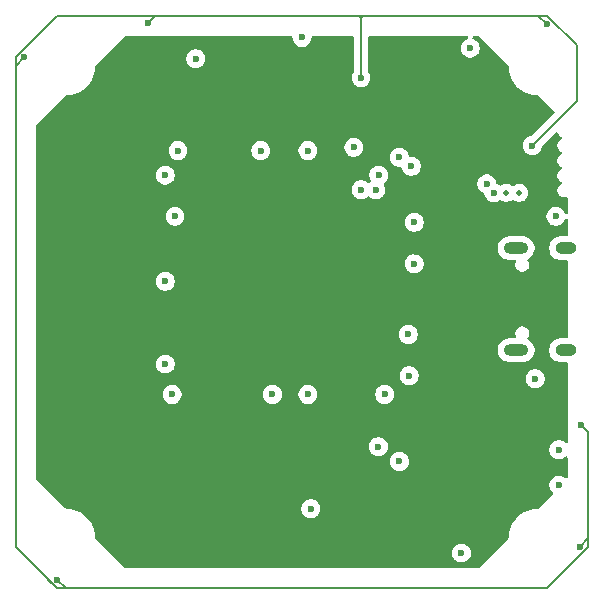
<source format=gbr>
%TF.GenerationSoftware,KiCad,Pcbnew,9.0.1-9.0.1-0~ubuntu24.04.1*%
%TF.CreationDate,2025-06-01T18:05:04-05:00*%
%TF.ProjectId,FC,46432e6b-6963-4616-945f-706362585858,rev?*%
%TF.SameCoordinates,Original*%
%TF.FileFunction,Copper,L3,Inr*%
%TF.FilePolarity,Positive*%
%FSLAX46Y46*%
G04 Gerber Fmt 4.6, Leading zero omitted, Abs format (unit mm)*
G04 Created by KiCad (PCBNEW 9.0.1-9.0.1-0~ubuntu24.04.1) date 2025-06-01 18:05:04*
%MOMM*%
%LPD*%
G01*
G04 APERTURE LIST*
%TA.AperFunction,HeatsinkPad*%
%ADD10C,0.500000*%
%TD*%
%TA.AperFunction,HeatsinkPad*%
%ADD11O,2.100000X1.000000*%
%TD*%
%TA.AperFunction,HeatsinkPad*%
%ADD12O,1.800000X1.000000*%
%TD*%
%TA.AperFunction,ViaPad*%
%ADD13C,0.600000*%
%TD*%
%TA.AperFunction,Conductor*%
%ADD14C,0.200000*%
%TD*%
G04 APERTURE END LIST*
D10*
%TO.N,GND*%
%TO.C,U1*%
X192300000Y-65750000D03*
X193400000Y-65750000D03*
%TD*%
D11*
%TO.N,GND*%
%TO.C,J1*%
X193145000Y-79070000D03*
D12*
X197325000Y-79070000D03*
D11*
X193145000Y-70430000D03*
D12*
X197325000Y-70430000D03*
%TD*%
D13*
%TO.N,+3.3V*%
X183025000Y-87250000D03*
%TO.N,GND*%
X181475000Y-87250000D03*
X164250000Y-67750000D03*
%TO.N,+3.3V*%
X162750000Y-67750000D03*
X174500000Y-61425000D03*
%TO.N,GND*%
X175500000Y-62175000D03*
%TO.N,+3.3V*%
X170500000Y-61425000D03*
%TO.N,GND*%
X171500000Y-62175000D03*
%TO.N,+3.3V*%
X163500000Y-61425000D03*
%TO.N,GND*%
X164500000Y-62175000D03*
%TO.N,+3.3V*%
X162675000Y-65250000D03*
%TO.N,GND*%
X163425000Y-64250000D03*
%TO.N,+3.3V*%
X162675000Y-74250000D03*
%TO.N,GND*%
X163425000Y-73250000D03*
%TO.N,+3.3V*%
X162675000Y-81250000D03*
%TO.N,GND*%
X163425000Y-80250000D03*
%TO.N,+3.3V*%
X165000000Y-83575000D03*
%TO.N,GND*%
X164000000Y-82825000D03*
%TO.N,+3.3V*%
X173500000Y-83575000D03*
%TO.N,GND*%
X172500000Y-82825000D03*
X175500000Y-82825000D03*
%TO.N,+3.3V*%
X176500000Y-83575000D03*
X181000000Y-83575000D03*
%TO.N,GND*%
X182000000Y-82825000D03*
%TO.N,+3.3V*%
X184825000Y-82250000D03*
%TO.N,GND*%
X184075000Y-81250000D03*
%TO.N,+3.3V*%
X184750000Y-78750000D03*
%TO.N,GND*%
X184000000Y-77750000D03*
%TO.N,+3.3V*%
X184750000Y-70750000D03*
%TO.N,GND*%
X184500000Y-71750000D03*
X189250000Y-53500000D03*
X190650000Y-65000000D03*
%TO.N,/SD_CMD*%
X179400000Y-61900000D03*
%TO.N,/SD_DAT3*%
X184250000Y-63500000D03*
%TO.N,/SD_CLK*%
X181500000Y-64250000D03*
%TO.N,/SD_DAT2*%
X183250000Y-62750000D03*
%TO.N,/SD_DAT1*%
X180000000Y-65500000D03*
%TO.N,/SD_DAT0*%
X181250000Y-65500000D03*
%TO.N,+5V*%
X184500000Y-68250000D03*
X191250000Y-65750000D03*
%TO.N,GND*%
X196500000Y-67750000D03*
X194750000Y-81500000D03*
X196750000Y-90500000D03*
X196750000Y-87500000D03*
%TO.N,+5V*%
X180000000Y-56000000D03*
X161945650Y-51350000D03*
%TO.N,+3.3V*%
X171000000Y-54400000D03*
%TO.N,GND*%
X175000000Y-52600000D03*
X166000000Y-54400000D03*
X175750000Y-92500000D03*
%TO.N,+3.3V*%
X170750000Y-92500000D03*
%TO.N,GND*%
X188500000Y-96250000D03*
X183250000Y-88500000D03*
%TO.N,+3.3V*%
X183250000Y-95750000D03*
X189000000Y-93000000D03*
%TO.N,+5V*%
X195750000Y-51500000D03*
X151500000Y-54250000D03*
X154250000Y-98500000D03*
X198500000Y-95750000D03*
X198625000Y-85375000D03*
X194500000Y-61750000D03*
%TD*%
D14*
%TO.N,+5V*%
X180200000Y-50750000D02*
X179800000Y-50750000D01*
X180000000Y-51200000D02*
X180000000Y-50950000D01*
X180000000Y-50950000D02*
X179800000Y-50750000D01*
X195000000Y-50750000D02*
X180200000Y-50750000D01*
X180000000Y-56000000D02*
X180000000Y-51200000D01*
X180000000Y-50950000D02*
X180200000Y-50750000D01*
X179800000Y-50750000D02*
X163400000Y-50750000D01*
X161945650Y-51350000D02*
X162545650Y-50750000D01*
X162545650Y-50750000D02*
X163400000Y-50750000D01*
X154250000Y-50750000D02*
X163400000Y-50750000D01*
X150750000Y-54250000D02*
X154250000Y-50750000D01*
X198250000Y-53250000D02*
X198250000Y-58000000D01*
X198250000Y-58000000D02*
X194500000Y-61750000D01*
X195750000Y-50750000D02*
X198250000Y-53250000D01*
X150750000Y-55000000D02*
X151500000Y-54250000D01*
X150750000Y-55000000D02*
X150750000Y-54250000D01*
X199250000Y-86000000D02*
X199250000Y-95000000D01*
X199250000Y-95000000D02*
X198500000Y-95750000D01*
X199250000Y-95750000D02*
X195750000Y-99250000D01*
X198625000Y-85375000D02*
X199250000Y-86000000D01*
X199250000Y-95000000D02*
X199250000Y-95750000D01*
X195750000Y-99250000D02*
X154250000Y-99250000D01*
X154250000Y-99250000D02*
X153500000Y-98500000D01*
X154250000Y-99250000D02*
X150750000Y-95750000D01*
X150750000Y-95750000D02*
X150750000Y-54250000D01*
X155000000Y-99250000D02*
X154250000Y-99250000D01*
X155000000Y-99250000D02*
X154250000Y-98500000D01*
X195750000Y-51500000D02*
X195000000Y-50750000D01*
X195000000Y-50750000D02*
X195750000Y-50750000D01*
%TD*%
%TA.AperFunction,Conductor*%
%TO.N,+3.3V*%
G36*
X174142539Y-52519685D02*
G01*
X174188294Y-52572489D01*
X174199500Y-52624000D01*
X174199500Y-52678846D01*
X174230261Y-52833489D01*
X174230264Y-52833501D01*
X174290602Y-52979172D01*
X174290609Y-52979185D01*
X174378210Y-53110288D01*
X174378213Y-53110292D01*
X174489707Y-53221786D01*
X174489711Y-53221789D01*
X174620814Y-53309390D01*
X174620827Y-53309397D01*
X174673405Y-53331175D01*
X174766503Y-53369737D01*
X174921153Y-53400499D01*
X174921156Y-53400500D01*
X174921158Y-53400500D01*
X175078844Y-53400500D01*
X175078845Y-53400499D01*
X175233497Y-53369737D01*
X175379179Y-53309394D01*
X175510289Y-53221789D01*
X175621789Y-53110289D01*
X175709394Y-52979179D01*
X175769737Y-52833497D01*
X175800500Y-52678842D01*
X175800500Y-52624000D01*
X175820185Y-52556961D01*
X175872989Y-52511206D01*
X175924500Y-52500000D01*
X179275500Y-52500000D01*
X179342539Y-52519685D01*
X179388294Y-52572489D01*
X179399500Y-52624000D01*
X179399500Y-55420234D01*
X179379815Y-55487273D01*
X179378602Y-55489125D01*
X179290609Y-55620814D01*
X179290602Y-55620827D01*
X179230264Y-55766498D01*
X179230261Y-55766510D01*
X179199500Y-55921153D01*
X179199500Y-56078846D01*
X179230261Y-56233489D01*
X179230264Y-56233501D01*
X179290602Y-56379172D01*
X179290609Y-56379185D01*
X179378210Y-56510288D01*
X179378213Y-56510292D01*
X179489707Y-56621786D01*
X179489711Y-56621789D01*
X179620814Y-56709390D01*
X179620827Y-56709397D01*
X179766498Y-56769735D01*
X179766503Y-56769737D01*
X179921153Y-56800499D01*
X179921156Y-56800500D01*
X179921158Y-56800500D01*
X180078844Y-56800500D01*
X180078845Y-56800499D01*
X180233497Y-56769737D01*
X180379179Y-56709394D01*
X180510289Y-56621789D01*
X180621789Y-56510289D01*
X180709394Y-56379179D01*
X180769737Y-56233497D01*
X180800500Y-56078842D01*
X180800500Y-55921158D01*
X180800500Y-55921155D01*
X180800499Y-55921153D01*
X180769738Y-55766510D01*
X180769737Y-55766503D01*
X180739423Y-55693317D01*
X180709397Y-55620827D01*
X180709390Y-55620814D01*
X180621398Y-55489125D01*
X180600520Y-55422447D01*
X180600500Y-55420234D01*
X180600500Y-52624000D01*
X180620185Y-52556961D01*
X180672989Y-52511206D01*
X180724500Y-52500000D01*
X188949017Y-52500000D01*
X189016056Y-52519685D01*
X189061811Y-52572489D01*
X189071755Y-52641647D01*
X189042730Y-52705203D01*
X188996469Y-52738561D01*
X188870827Y-52790602D01*
X188870814Y-52790609D01*
X188739711Y-52878210D01*
X188739707Y-52878213D01*
X188628213Y-52989707D01*
X188628210Y-52989711D01*
X188540609Y-53120814D01*
X188540602Y-53120827D01*
X188480264Y-53266498D01*
X188480261Y-53266510D01*
X188449500Y-53421153D01*
X188449500Y-53578846D01*
X188480261Y-53733489D01*
X188480264Y-53733501D01*
X188540602Y-53879172D01*
X188540609Y-53879185D01*
X188628210Y-54010288D01*
X188628213Y-54010292D01*
X188739707Y-54121786D01*
X188739711Y-54121789D01*
X188870814Y-54209390D01*
X188870827Y-54209397D01*
X188914255Y-54227385D01*
X189016503Y-54269737D01*
X189171153Y-54300499D01*
X189171156Y-54300500D01*
X189171158Y-54300500D01*
X189328844Y-54300500D01*
X189328845Y-54300499D01*
X189483497Y-54269737D01*
X189629179Y-54209394D01*
X189760289Y-54121789D01*
X189871789Y-54010289D01*
X189959394Y-53879179D01*
X190019737Y-53733497D01*
X190050500Y-53578842D01*
X190050500Y-53421158D01*
X190050500Y-53421155D01*
X190050499Y-53421153D01*
X190028269Y-53309397D01*
X190019737Y-53266503D01*
X189980155Y-53170943D01*
X189959397Y-53120827D01*
X189959390Y-53120814D01*
X189871789Y-52989711D01*
X189871786Y-52989707D01*
X189760292Y-52878213D01*
X189760288Y-52878210D01*
X189629185Y-52790609D01*
X189629172Y-52790602D01*
X189503531Y-52738561D01*
X189449127Y-52694720D01*
X189427062Y-52628426D01*
X189444341Y-52560727D01*
X189495478Y-52513116D01*
X189550983Y-52500000D01*
X189948638Y-52500000D01*
X190015677Y-52519685D01*
X190036319Y-52536319D01*
X192463181Y-54963181D01*
X192496666Y-55024504D01*
X192499500Y-55050862D01*
X192499500Y-55140431D01*
X192530942Y-55419494D01*
X192530945Y-55419512D01*
X192593439Y-55693317D01*
X192593443Y-55693329D01*
X192686200Y-55958411D01*
X192808053Y-56211442D01*
X192808055Y-56211445D01*
X192957477Y-56449248D01*
X193132584Y-56668825D01*
X193331175Y-56867416D01*
X193550752Y-57042523D01*
X193788555Y-57191945D01*
X194041592Y-57313801D01*
X194240680Y-57383465D01*
X194306670Y-57406556D01*
X194306682Y-57406560D01*
X194580491Y-57469055D01*
X194580497Y-57469055D01*
X194580505Y-57469057D01*
X194766547Y-57490018D01*
X194859569Y-57500499D01*
X194859572Y-57500500D01*
X194949138Y-57500500D01*
X195016177Y-57520185D01*
X195036819Y-57536819D01*
X196362701Y-58862701D01*
X196396186Y-58924024D01*
X196391202Y-58993716D01*
X196362701Y-59038063D01*
X194485339Y-60915425D01*
X194424016Y-60948910D01*
X194421850Y-60949361D01*
X194266508Y-60980261D01*
X194266498Y-60980264D01*
X194120827Y-61040602D01*
X194120814Y-61040609D01*
X193989711Y-61128210D01*
X193989707Y-61128213D01*
X193878213Y-61239707D01*
X193878210Y-61239711D01*
X193790609Y-61370814D01*
X193790602Y-61370827D01*
X193730264Y-61516498D01*
X193730261Y-61516510D01*
X193699500Y-61671153D01*
X193699500Y-61828846D01*
X193730261Y-61983489D01*
X193730264Y-61983501D01*
X193790602Y-62129172D01*
X193790609Y-62129185D01*
X193878210Y-62260288D01*
X193878213Y-62260292D01*
X193989707Y-62371786D01*
X193989711Y-62371789D01*
X194120814Y-62459390D01*
X194120827Y-62459397D01*
X194265885Y-62519481D01*
X194266503Y-62519737D01*
X194421153Y-62550499D01*
X194421156Y-62550500D01*
X194421158Y-62550500D01*
X194578844Y-62550500D01*
X194578845Y-62550499D01*
X194733497Y-62519737D01*
X194879179Y-62459394D01*
X195010289Y-62371789D01*
X195121789Y-62260289D01*
X195209394Y-62129179D01*
X195269737Y-61983497D01*
X195289113Y-61886085D01*
X195300638Y-61828150D01*
X195333023Y-61766239D01*
X195334518Y-61764716D01*
X196450511Y-60648723D01*
X196511832Y-60615240D01*
X196581524Y-60620224D01*
X196637457Y-60662096D01*
X196652753Y-60688958D01*
X196653922Y-60691780D01*
X196653923Y-60691784D01*
X196653924Y-60691787D01*
X196653926Y-60691790D01*
X196732975Y-60828709D01*
X196732979Y-60828714D01*
X196732980Y-60828716D01*
X196844784Y-60940520D01*
X196844785Y-60940521D01*
X196844787Y-60940522D01*
X196926351Y-60987613D01*
X196974567Y-61038180D01*
X196987790Y-61106787D01*
X196961822Y-61171652D01*
X196926351Y-61202387D01*
X196844787Y-61249477D01*
X196844782Y-61249481D01*
X196732981Y-61361282D01*
X196732975Y-61361290D01*
X196653926Y-61498209D01*
X196653923Y-61498216D01*
X196613000Y-61650943D01*
X196613000Y-61809057D01*
X196648488Y-61941498D01*
X196653923Y-61961783D01*
X196653926Y-61961790D01*
X196732975Y-62098709D01*
X196732979Y-62098714D01*
X196732980Y-62098716D01*
X196844784Y-62210520D01*
X196844785Y-62210521D01*
X196844787Y-62210522D01*
X196926351Y-62257613D01*
X196974567Y-62308180D01*
X196987790Y-62376787D01*
X196961822Y-62441652D01*
X196926351Y-62472387D01*
X196844787Y-62519477D01*
X196844782Y-62519481D01*
X196732981Y-62631282D01*
X196732975Y-62631290D01*
X196653926Y-62768209D01*
X196653923Y-62768216D01*
X196613000Y-62920943D01*
X196613000Y-63079057D01*
X196626429Y-63129172D01*
X196653923Y-63231783D01*
X196653926Y-63231790D01*
X196732975Y-63368709D01*
X196732979Y-63368714D01*
X196732980Y-63368716D01*
X196844784Y-63480520D01*
X196844785Y-63480521D01*
X196844787Y-63480522D01*
X196926351Y-63527613D01*
X196974567Y-63578180D01*
X196987790Y-63646787D01*
X196961822Y-63711652D01*
X196926351Y-63742387D01*
X196844787Y-63789477D01*
X196844782Y-63789481D01*
X196732981Y-63901282D01*
X196732975Y-63901290D01*
X196653926Y-64038209D01*
X196653923Y-64038216D01*
X196613000Y-64190943D01*
X196613000Y-64349057D01*
X196620813Y-64378213D01*
X196653923Y-64501783D01*
X196653926Y-64501790D01*
X196732975Y-64638709D01*
X196732979Y-64638714D01*
X196732980Y-64638716D01*
X196844784Y-64750520D01*
X196844785Y-64750521D01*
X196844787Y-64750522D01*
X196926351Y-64797613D01*
X196974567Y-64848180D01*
X196987790Y-64916787D01*
X196961822Y-64981652D01*
X196926351Y-65012387D01*
X196844787Y-65059477D01*
X196844782Y-65059481D01*
X196732981Y-65171282D01*
X196732975Y-65171290D01*
X196653926Y-65308209D01*
X196653923Y-65308216D01*
X196613000Y-65460943D01*
X196613000Y-65619057D01*
X196649148Y-65753961D01*
X196653923Y-65771783D01*
X196653926Y-65771790D01*
X196732975Y-65908709D01*
X196732979Y-65908714D01*
X196732980Y-65908716D01*
X196844784Y-66020520D01*
X196844786Y-66020521D01*
X196844790Y-66020524D01*
X196915374Y-66061275D01*
X196981716Y-66099577D01*
X197134443Y-66140500D01*
X197134445Y-66140500D01*
X197292554Y-66140500D01*
X197292557Y-66140500D01*
X197343909Y-66126740D01*
X197413756Y-66128403D01*
X197471618Y-66167565D01*
X197499123Y-66231793D01*
X197500000Y-66246515D01*
X197500000Y-67449016D01*
X197480315Y-67516055D01*
X197427511Y-67561810D01*
X197358353Y-67571754D01*
X197294797Y-67542729D01*
X197261439Y-67496469D01*
X197209395Y-67370823D01*
X197209390Y-67370814D01*
X197121789Y-67239711D01*
X197121786Y-67239707D01*
X197010292Y-67128213D01*
X197010288Y-67128210D01*
X196879185Y-67040609D01*
X196879172Y-67040602D01*
X196733501Y-66980264D01*
X196733489Y-66980261D01*
X196578845Y-66949500D01*
X196578842Y-66949500D01*
X196421158Y-66949500D01*
X196421155Y-66949500D01*
X196266510Y-66980261D01*
X196266498Y-66980264D01*
X196120827Y-67040602D01*
X196120814Y-67040609D01*
X195989711Y-67128210D01*
X195989707Y-67128213D01*
X195878213Y-67239707D01*
X195878210Y-67239711D01*
X195790609Y-67370814D01*
X195790602Y-67370827D01*
X195730264Y-67516498D01*
X195730261Y-67516510D01*
X195699500Y-67671153D01*
X195699500Y-67828846D01*
X195730261Y-67983489D01*
X195730264Y-67983501D01*
X195790602Y-68129172D01*
X195790609Y-68129185D01*
X195878210Y-68260288D01*
X195878213Y-68260292D01*
X195989707Y-68371786D01*
X195989711Y-68371789D01*
X196120814Y-68459390D01*
X196120827Y-68459397D01*
X196266498Y-68519735D01*
X196266503Y-68519737D01*
X196421153Y-68550499D01*
X196421156Y-68550500D01*
X196421158Y-68550500D01*
X196578844Y-68550500D01*
X196578845Y-68550499D01*
X196733497Y-68519737D01*
X196879179Y-68459394D01*
X197010289Y-68371789D01*
X197121789Y-68260289D01*
X197209394Y-68129179D01*
X197261439Y-68003531D01*
X197305280Y-67949127D01*
X197371574Y-67927062D01*
X197439273Y-67944341D01*
X197486884Y-67995478D01*
X197500000Y-68050983D01*
X197500000Y-69305500D01*
X197480315Y-69372539D01*
X197427511Y-69418294D01*
X197376000Y-69429500D01*
X196826457Y-69429500D01*
X196633170Y-69467947D01*
X196633160Y-69467950D01*
X196451092Y-69543364D01*
X196451079Y-69543371D01*
X196287218Y-69652860D01*
X196287214Y-69652863D01*
X196147863Y-69792214D01*
X196147860Y-69792218D01*
X196038371Y-69956079D01*
X196038364Y-69956092D01*
X195962950Y-70138160D01*
X195962947Y-70138170D01*
X195924500Y-70331456D01*
X195924500Y-70331459D01*
X195924500Y-70528541D01*
X195924500Y-70528543D01*
X195924499Y-70528543D01*
X195962947Y-70721829D01*
X195962950Y-70721839D01*
X196038364Y-70903907D01*
X196038371Y-70903920D01*
X196147860Y-71067781D01*
X196147863Y-71067785D01*
X196287214Y-71207136D01*
X196287218Y-71207139D01*
X196451079Y-71316628D01*
X196451092Y-71316635D01*
X196633160Y-71392049D01*
X196633165Y-71392051D01*
X196633169Y-71392051D01*
X196633170Y-71392052D01*
X196826456Y-71430500D01*
X197376000Y-71430500D01*
X197443039Y-71450185D01*
X197488794Y-71502989D01*
X197500000Y-71554500D01*
X197500000Y-77945500D01*
X197480315Y-78012539D01*
X197427511Y-78058294D01*
X197376000Y-78069500D01*
X196826457Y-78069500D01*
X196633170Y-78107947D01*
X196633160Y-78107950D01*
X196451092Y-78183364D01*
X196451079Y-78183371D01*
X196287218Y-78292860D01*
X196287214Y-78292863D01*
X196147863Y-78432214D01*
X196147860Y-78432218D01*
X196038371Y-78596079D01*
X196038364Y-78596092D01*
X195962950Y-78778160D01*
X195962947Y-78778170D01*
X195924500Y-78971456D01*
X195924500Y-78971459D01*
X195924500Y-79168541D01*
X195924500Y-79168543D01*
X195924499Y-79168543D01*
X195962947Y-79361829D01*
X195962950Y-79361839D01*
X196038364Y-79543907D01*
X196038371Y-79543920D01*
X196147860Y-79707781D01*
X196147863Y-79707785D01*
X196287214Y-79847136D01*
X196287218Y-79847139D01*
X196451079Y-79956628D01*
X196451092Y-79956635D01*
X196595645Y-80016510D01*
X196633165Y-80032051D01*
X196633169Y-80032051D01*
X196633170Y-80032052D01*
X196826456Y-80070500D01*
X197376000Y-80070500D01*
X197443039Y-80090185D01*
X197488794Y-80142989D01*
X197500000Y-80194500D01*
X197500000Y-86818559D01*
X197480315Y-86885598D01*
X197427511Y-86931353D01*
X197358353Y-86941297D01*
X197294797Y-86912272D01*
X197288319Y-86906240D01*
X197260292Y-86878213D01*
X197260288Y-86878210D01*
X197129185Y-86790609D01*
X197129172Y-86790602D01*
X196983501Y-86730264D01*
X196983489Y-86730261D01*
X196828845Y-86699500D01*
X196828842Y-86699500D01*
X196671158Y-86699500D01*
X196671155Y-86699500D01*
X196516510Y-86730261D01*
X196516498Y-86730264D01*
X196370827Y-86790602D01*
X196370814Y-86790609D01*
X196239711Y-86878210D01*
X196239707Y-86878213D01*
X196128213Y-86989707D01*
X196128210Y-86989711D01*
X196040609Y-87120814D01*
X196040602Y-87120827D01*
X195980264Y-87266498D01*
X195980261Y-87266510D01*
X195949500Y-87421153D01*
X195949500Y-87578846D01*
X195980261Y-87733489D01*
X195980264Y-87733501D01*
X196040602Y-87879172D01*
X196040609Y-87879185D01*
X196128210Y-88010288D01*
X196128213Y-88010292D01*
X196239707Y-88121786D01*
X196239711Y-88121789D01*
X196370814Y-88209390D01*
X196370827Y-88209397D01*
X196508683Y-88266498D01*
X196516503Y-88269737D01*
X196671153Y-88300499D01*
X196671156Y-88300500D01*
X196671158Y-88300500D01*
X196828844Y-88300500D01*
X196828845Y-88300499D01*
X196983497Y-88269737D01*
X197129179Y-88209394D01*
X197260289Y-88121789D01*
X197261264Y-88120814D01*
X197288319Y-88093760D01*
X197349642Y-88060275D01*
X197419334Y-88065259D01*
X197475267Y-88107131D01*
X197499684Y-88172595D01*
X197500000Y-88181441D01*
X197500000Y-89818559D01*
X197480315Y-89885598D01*
X197427511Y-89931353D01*
X197358353Y-89941297D01*
X197294797Y-89912272D01*
X197288319Y-89906240D01*
X197260292Y-89878213D01*
X197260288Y-89878210D01*
X197129185Y-89790609D01*
X197129172Y-89790602D01*
X196983501Y-89730264D01*
X196983489Y-89730261D01*
X196828845Y-89699500D01*
X196828842Y-89699500D01*
X196671158Y-89699500D01*
X196671155Y-89699500D01*
X196516510Y-89730261D01*
X196516498Y-89730264D01*
X196370827Y-89790602D01*
X196370814Y-89790609D01*
X196239711Y-89878210D01*
X196239707Y-89878213D01*
X196128213Y-89989707D01*
X196128210Y-89989711D01*
X196040609Y-90120814D01*
X196040602Y-90120827D01*
X195980264Y-90266498D01*
X195980261Y-90266510D01*
X195949500Y-90421153D01*
X195949500Y-90578846D01*
X195980261Y-90733489D01*
X195980264Y-90733501D01*
X196040602Y-90879172D01*
X196040609Y-90879185D01*
X196128210Y-91010288D01*
X196128213Y-91010292D01*
X196221279Y-91103358D01*
X196254764Y-91164681D01*
X196249780Y-91234373D01*
X196221279Y-91278720D01*
X195036818Y-92463181D01*
X194975495Y-92496666D01*
X194949137Y-92499500D01*
X194859568Y-92499500D01*
X194580505Y-92530942D01*
X194580487Y-92530945D01*
X194306682Y-92593439D01*
X194306670Y-92593443D01*
X194041588Y-92686200D01*
X193788557Y-92808053D01*
X193550753Y-92957476D01*
X193331175Y-93132583D01*
X193132583Y-93331175D01*
X192957476Y-93550753D01*
X192808053Y-93788557D01*
X192686200Y-94041588D01*
X192593443Y-94306670D01*
X192593439Y-94306682D01*
X192530945Y-94580487D01*
X192530942Y-94580505D01*
X192499500Y-94859568D01*
X192499500Y-94949137D01*
X192479815Y-95016176D01*
X192463181Y-95036818D01*
X190036319Y-97463681D01*
X189974996Y-97497166D01*
X189948638Y-97500000D01*
X160051362Y-97500000D01*
X159984323Y-97480315D01*
X159963681Y-97463681D01*
X158671153Y-96171153D01*
X187699500Y-96171153D01*
X187699500Y-96328846D01*
X187730261Y-96483489D01*
X187730264Y-96483501D01*
X187790602Y-96629172D01*
X187790609Y-96629185D01*
X187878210Y-96760288D01*
X187878213Y-96760292D01*
X187989707Y-96871786D01*
X187989711Y-96871789D01*
X188120814Y-96959390D01*
X188120827Y-96959397D01*
X188221714Y-97001185D01*
X188266503Y-97019737D01*
X188421153Y-97050499D01*
X188421156Y-97050500D01*
X188421158Y-97050500D01*
X188578844Y-97050500D01*
X188578845Y-97050499D01*
X188733497Y-97019737D01*
X188879179Y-96959394D01*
X189010289Y-96871789D01*
X189121789Y-96760289D01*
X189209394Y-96629179D01*
X189269737Y-96483497D01*
X189300500Y-96328842D01*
X189300500Y-96171158D01*
X189300500Y-96171155D01*
X189300499Y-96171153D01*
X189269738Y-96016510D01*
X189269737Y-96016503D01*
X189269735Y-96016498D01*
X189209397Y-95870827D01*
X189209390Y-95870814D01*
X189121789Y-95739711D01*
X189121786Y-95739707D01*
X189010292Y-95628213D01*
X189010288Y-95628210D01*
X188879185Y-95540609D01*
X188879172Y-95540602D01*
X188733501Y-95480264D01*
X188733489Y-95480261D01*
X188578845Y-95449500D01*
X188578842Y-95449500D01*
X188421158Y-95449500D01*
X188421155Y-95449500D01*
X188266510Y-95480261D01*
X188266498Y-95480264D01*
X188120827Y-95540602D01*
X188120814Y-95540609D01*
X187989711Y-95628210D01*
X187989707Y-95628213D01*
X187878213Y-95739707D01*
X187878210Y-95739711D01*
X187790609Y-95870814D01*
X187790602Y-95870827D01*
X187730264Y-96016498D01*
X187730261Y-96016510D01*
X187699500Y-96171153D01*
X158671153Y-96171153D01*
X157536819Y-95036819D01*
X157503334Y-94975496D01*
X157500500Y-94949138D01*
X157500500Y-94859572D01*
X157500499Y-94859568D01*
X157469057Y-94580505D01*
X157469054Y-94580487D01*
X157406560Y-94306682D01*
X157406556Y-94306670D01*
X157383465Y-94240680D01*
X157313801Y-94041592D01*
X157191945Y-93788555D01*
X157042523Y-93550752D01*
X156867416Y-93331175D01*
X156668825Y-93132584D01*
X156449248Y-92957477D01*
X156211445Y-92808055D01*
X156211442Y-92808053D01*
X155958411Y-92686200D01*
X155693329Y-92593443D01*
X155693317Y-92593439D01*
X155441468Y-92535957D01*
X155419509Y-92530945D01*
X155419506Y-92530944D01*
X155419494Y-92530942D01*
X155140431Y-92499500D01*
X155140425Y-92499500D01*
X155050862Y-92499500D01*
X154983823Y-92479815D01*
X154963181Y-92463181D01*
X154921153Y-92421153D01*
X174949500Y-92421153D01*
X174949500Y-92578846D01*
X174980261Y-92733489D01*
X174980264Y-92733501D01*
X175040602Y-92879172D01*
X175040609Y-92879185D01*
X175128210Y-93010288D01*
X175128213Y-93010292D01*
X175239707Y-93121786D01*
X175239711Y-93121789D01*
X175370814Y-93209390D01*
X175370827Y-93209397D01*
X175516498Y-93269735D01*
X175516503Y-93269737D01*
X175671153Y-93300499D01*
X175671156Y-93300500D01*
X175671158Y-93300500D01*
X175828844Y-93300500D01*
X175828845Y-93300499D01*
X175983497Y-93269737D01*
X176129179Y-93209394D01*
X176260289Y-93121789D01*
X176371789Y-93010289D01*
X176459394Y-92879179D01*
X176519737Y-92733497D01*
X176550500Y-92578842D01*
X176550500Y-92421158D01*
X176550500Y-92421155D01*
X176550499Y-92421153D01*
X176519738Y-92266510D01*
X176519737Y-92266503D01*
X176519735Y-92266498D01*
X176459397Y-92120827D01*
X176459390Y-92120814D01*
X176371789Y-91989711D01*
X176371786Y-91989707D01*
X176260292Y-91878213D01*
X176260288Y-91878210D01*
X176129185Y-91790609D01*
X176129172Y-91790602D01*
X175983501Y-91730264D01*
X175983489Y-91730261D01*
X175828845Y-91699500D01*
X175828842Y-91699500D01*
X175671158Y-91699500D01*
X175671155Y-91699500D01*
X175516510Y-91730261D01*
X175516498Y-91730264D01*
X175370827Y-91790602D01*
X175370814Y-91790609D01*
X175239711Y-91878210D01*
X175239707Y-91878213D01*
X175128213Y-91989707D01*
X175128210Y-91989711D01*
X175040609Y-92120814D01*
X175040602Y-92120827D01*
X174980264Y-92266498D01*
X174980261Y-92266510D01*
X174949500Y-92421153D01*
X154921153Y-92421153D01*
X152536319Y-90036319D01*
X152502834Y-89974996D01*
X152500000Y-89948638D01*
X152500000Y-88421153D01*
X182449500Y-88421153D01*
X182449500Y-88578846D01*
X182480261Y-88733489D01*
X182480264Y-88733501D01*
X182540602Y-88879172D01*
X182540609Y-88879185D01*
X182628210Y-89010288D01*
X182628213Y-89010292D01*
X182739707Y-89121786D01*
X182739711Y-89121789D01*
X182870814Y-89209390D01*
X182870827Y-89209397D01*
X183016498Y-89269735D01*
X183016503Y-89269737D01*
X183171153Y-89300499D01*
X183171156Y-89300500D01*
X183171158Y-89300500D01*
X183328844Y-89300500D01*
X183328845Y-89300499D01*
X183483497Y-89269737D01*
X183629179Y-89209394D01*
X183760289Y-89121789D01*
X183871789Y-89010289D01*
X183959394Y-88879179D01*
X184019737Y-88733497D01*
X184050500Y-88578842D01*
X184050500Y-88421158D01*
X184050500Y-88421155D01*
X184050499Y-88421153D01*
X184019738Y-88266510D01*
X184019737Y-88266503D01*
X183996080Y-88209390D01*
X183959397Y-88120827D01*
X183959390Y-88120814D01*
X183871789Y-87989711D01*
X183871786Y-87989707D01*
X183760292Y-87878213D01*
X183760288Y-87878210D01*
X183629185Y-87790609D01*
X183629172Y-87790602D01*
X183483501Y-87730264D01*
X183483489Y-87730261D01*
X183328845Y-87699500D01*
X183328842Y-87699500D01*
X183171158Y-87699500D01*
X183171155Y-87699500D01*
X183016510Y-87730261D01*
X183016498Y-87730264D01*
X182870827Y-87790602D01*
X182870814Y-87790609D01*
X182739711Y-87878210D01*
X182739707Y-87878213D01*
X182628213Y-87989707D01*
X182628210Y-87989711D01*
X182540609Y-88120814D01*
X182540602Y-88120827D01*
X182480264Y-88266498D01*
X182480261Y-88266510D01*
X182449500Y-88421153D01*
X152500000Y-88421153D01*
X152500000Y-87171153D01*
X180674500Y-87171153D01*
X180674500Y-87328846D01*
X180705261Y-87483489D01*
X180705264Y-87483501D01*
X180765602Y-87629172D01*
X180765609Y-87629185D01*
X180853210Y-87760288D01*
X180853213Y-87760292D01*
X180964707Y-87871786D01*
X180964711Y-87871789D01*
X181095814Y-87959390D01*
X181095827Y-87959397D01*
X181241498Y-88019735D01*
X181241503Y-88019737D01*
X181396153Y-88050499D01*
X181396156Y-88050500D01*
X181396158Y-88050500D01*
X181553844Y-88050500D01*
X181553845Y-88050499D01*
X181708497Y-88019737D01*
X181854179Y-87959394D01*
X181985289Y-87871789D01*
X182096789Y-87760289D01*
X182184394Y-87629179D01*
X182244737Y-87483497D01*
X182275500Y-87328842D01*
X182275500Y-87171158D01*
X182275500Y-87171155D01*
X182275499Y-87171153D01*
X182244738Y-87016510D01*
X182244737Y-87016503D01*
X182244735Y-87016498D01*
X182184397Y-86870827D01*
X182184390Y-86870814D01*
X182096789Y-86739711D01*
X182096786Y-86739707D01*
X181985292Y-86628213D01*
X181985288Y-86628210D01*
X181854185Y-86540609D01*
X181854172Y-86540602D01*
X181708501Y-86480264D01*
X181708489Y-86480261D01*
X181553845Y-86449500D01*
X181553842Y-86449500D01*
X181396158Y-86449500D01*
X181396155Y-86449500D01*
X181241510Y-86480261D01*
X181241498Y-86480264D01*
X181095827Y-86540602D01*
X181095814Y-86540609D01*
X180964711Y-86628210D01*
X180964707Y-86628213D01*
X180853213Y-86739707D01*
X180853210Y-86739711D01*
X180765609Y-86870814D01*
X180765602Y-86870827D01*
X180705264Y-87016498D01*
X180705261Y-87016510D01*
X180674500Y-87171153D01*
X152500000Y-87171153D01*
X152500000Y-82746153D01*
X163199500Y-82746153D01*
X163199500Y-82903846D01*
X163230261Y-83058489D01*
X163230264Y-83058501D01*
X163290602Y-83204172D01*
X163290609Y-83204185D01*
X163378210Y-83335288D01*
X163378213Y-83335292D01*
X163489707Y-83446786D01*
X163489711Y-83446789D01*
X163620814Y-83534390D01*
X163620827Y-83534397D01*
X163766498Y-83594735D01*
X163766503Y-83594737D01*
X163921153Y-83625499D01*
X163921156Y-83625500D01*
X163921158Y-83625500D01*
X164078844Y-83625500D01*
X164078845Y-83625499D01*
X164233497Y-83594737D01*
X164379179Y-83534394D01*
X164510289Y-83446789D01*
X164621789Y-83335289D01*
X164709394Y-83204179D01*
X164769737Y-83058497D01*
X164800500Y-82903842D01*
X164800500Y-82746158D01*
X164800500Y-82746155D01*
X164800499Y-82746153D01*
X171699500Y-82746153D01*
X171699500Y-82903846D01*
X171730261Y-83058489D01*
X171730264Y-83058501D01*
X171790602Y-83204172D01*
X171790609Y-83204185D01*
X171878210Y-83335288D01*
X171878213Y-83335292D01*
X171989707Y-83446786D01*
X171989711Y-83446789D01*
X172120814Y-83534390D01*
X172120827Y-83534397D01*
X172266498Y-83594735D01*
X172266503Y-83594737D01*
X172421153Y-83625499D01*
X172421156Y-83625500D01*
X172421158Y-83625500D01*
X172578844Y-83625500D01*
X172578845Y-83625499D01*
X172733497Y-83594737D01*
X172879179Y-83534394D01*
X173010289Y-83446789D01*
X173121789Y-83335289D01*
X173209394Y-83204179D01*
X173269737Y-83058497D01*
X173300500Y-82903842D01*
X173300500Y-82746158D01*
X173300500Y-82746155D01*
X173300499Y-82746153D01*
X174699500Y-82746153D01*
X174699500Y-82903846D01*
X174730261Y-83058489D01*
X174730264Y-83058501D01*
X174790602Y-83204172D01*
X174790609Y-83204185D01*
X174878210Y-83335288D01*
X174878213Y-83335292D01*
X174989707Y-83446786D01*
X174989711Y-83446789D01*
X175120814Y-83534390D01*
X175120827Y-83534397D01*
X175266498Y-83594735D01*
X175266503Y-83594737D01*
X175421153Y-83625499D01*
X175421156Y-83625500D01*
X175421158Y-83625500D01*
X175578844Y-83625500D01*
X175578845Y-83625499D01*
X175733497Y-83594737D01*
X175879179Y-83534394D01*
X176010289Y-83446789D01*
X176121789Y-83335289D01*
X176209394Y-83204179D01*
X176269737Y-83058497D01*
X176300500Y-82903842D01*
X176300500Y-82746158D01*
X176300500Y-82746155D01*
X176300499Y-82746153D01*
X181199500Y-82746153D01*
X181199500Y-82903846D01*
X181230261Y-83058489D01*
X181230264Y-83058501D01*
X181290602Y-83204172D01*
X181290609Y-83204185D01*
X181378210Y-83335288D01*
X181378213Y-83335292D01*
X181489707Y-83446786D01*
X181489711Y-83446789D01*
X181620814Y-83534390D01*
X181620827Y-83534397D01*
X181766498Y-83594735D01*
X181766503Y-83594737D01*
X181921153Y-83625499D01*
X181921156Y-83625500D01*
X181921158Y-83625500D01*
X182078844Y-83625500D01*
X182078845Y-83625499D01*
X182233497Y-83594737D01*
X182379179Y-83534394D01*
X182510289Y-83446789D01*
X182621789Y-83335289D01*
X182709394Y-83204179D01*
X182769737Y-83058497D01*
X182800500Y-82903842D01*
X182800500Y-82746158D01*
X182800500Y-82746155D01*
X182800499Y-82746153D01*
X182769738Y-82591510D01*
X182769737Y-82591503D01*
X182769735Y-82591498D01*
X182709397Y-82445827D01*
X182709390Y-82445814D01*
X182621789Y-82314711D01*
X182621786Y-82314707D01*
X182510292Y-82203213D01*
X182510288Y-82203210D01*
X182379185Y-82115609D01*
X182379172Y-82115602D01*
X182233501Y-82055264D01*
X182233489Y-82055261D01*
X182078845Y-82024500D01*
X182078842Y-82024500D01*
X181921158Y-82024500D01*
X181921155Y-82024500D01*
X181766510Y-82055261D01*
X181766498Y-82055264D01*
X181620827Y-82115602D01*
X181620814Y-82115609D01*
X181489711Y-82203210D01*
X181489707Y-82203213D01*
X181378213Y-82314707D01*
X181378210Y-82314711D01*
X181290609Y-82445814D01*
X181290602Y-82445827D01*
X181230264Y-82591498D01*
X181230261Y-82591510D01*
X181199500Y-82746153D01*
X176300499Y-82746153D01*
X176269738Y-82591510D01*
X176269737Y-82591503D01*
X176269735Y-82591498D01*
X176209397Y-82445827D01*
X176209390Y-82445814D01*
X176121789Y-82314711D01*
X176121786Y-82314707D01*
X176010292Y-82203213D01*
X176010288Y-82203210D01*
X175879185Y-82115609D01*
X175879172Y-82115602D01*
X175733501Y-82055264D01*
X175733489Y-82055261D01*
X175578845Y-82024500D01*
X175578842Y-82024500D01*
X175421158Y-82024500D01*
X175421155Y-82024500D01*
X175266510Y-82055261D01*
X175266498Y-82055264D01*
X175120827Y-82115602D01*
X175120814Y-82115609D01*
X174989711Y-82203210D01*
X174989707Y-82203213D01*
X174878213Y-82314707D01*
X174878210Y-82314711D01*
X174790609Y-82445814D01*
X174790602Y-82445827D01*
X174730264Y-82591498D01*
X174730261Y-82591510D01*
X174699500Y-82746153D01*
X173300499Y-82746153D01*
X173269738Y-82591510D01*
X173269737Y-82591503D01*
X173269735Y-82591498D01*
X173209397Y-82445827D01*
X173209390Y-82445814D01*
X173121789Y-82314711D01*
X173121786Y-82314707D01*
X173010292Y-82203213D01*
X173010288Y-82203210D01*
X172879185Y-82115609D01*
X172879172Y-82115602D01*
X172733501Y-82055264D01*
X172733489Y-82055261D01*
X172578845Y-82024500D01*
X172578842Y-82024500D01*
X172421158Y-82024500D01*
X172421155Y-82024500D01*
X172266510Y-82055261D01*
X172266498Y-82055264D01*
X172120827Y-82115602D01*
X172120814Y-82115609D01*
X171989711Y-82203210D01*
X171989707Y-82203213D01*
X171878213Y-82314707D01*
X171878210Y-82314711D01*
X171790609Y-82445814D01*
X171790602Y-82445827D01*
X171730264Y-82591498D01*
X171730261Y-82591510D01*
X171699500Y-82746153D01*
X164800499Y-82746153D01*
X164769738Y-82591510D01*
X164769737Y-82591503D01*
X164769735Y-82591498D01*
X164709397Y-82445827D01*
X164709390Y-82445814D01*
X164621789Y-82314711D01*
X164621786Y-82314707D01*
X164510292Y-82203213D01*
X164510288Y-82203210D01*
X164379185Y-82115609D01*
X164379172Y-82115602D01*
X164233501Y-82055264D01*
X164233489Y-82055261D01*
X164078845Y-82024500D01*
X164078842Y-82024500D01*
X163921158Y-82024500D01*
X163921155Y-82024500D01*
X163766510Y-82055261D01*
X163766498Y-82055264D01*
X163620827Y-82115602D01*
X163620814Y-82115609D01*
X163489711Y-82203210D01*
X163489707Y-82203213D01*
X163378213Y-82314707D01*
X163378210Y-82314711D01*
X163290609Y-82445814D01*
X163290602Y-82445827D01*
X163230264Y-82591498D01*
X163230261Y-82591510D01*
X163199500Y-82746153D01*
X152500000Y-82746153D01*
X152500000Y-81171153D01*
X183274500Y-81171153D01*
X183274500Y-81328846D01*
X183305261Y-81483489D01*
X183305264Y-81483501D01*
X183365602Y-81629172D01*
X183365609Y-81629185D01*
X183453210Y-81760288D01*
X183453213Y-81760292D01*
X183564707Y-81871786D01*
X183564711Y-81871789D01*
X183695814Y-81959390D01*
X183695827Y-81959397D01*
X183841498Y-82019735D01*
X183841503Y-82019737D01*
X183996153Y-82050499D01*
X183996156Y-82050500D01*
X183996158Y-82050500D01*
X184153844Y-82050500D01*
X184153845Y-82050499D01*
X184308497Y-82019737D01*
X184454179Y-81959394D01*
X184585289Y-81871789D01*
X184696789Y-81760289D01*
X184784394Y-81629179D01*
X184844737Y-81483497D01*
X184857138Y-81421153D01*
X193949500Y-81421153D01*
X193949500Y-81578846D01*
X193980261Y-81733489D01*
X193980264Y-81733501D01*
X194040602Y-81879172D01*
X194040609Y-81879185D01*
X194128210Y-82010288D01*
X194128213Y-82010292D01*
X194239707Y-82121786D01*
X194239711Y-82121789D01*
X194370814Y-82209390D01*
X194370827Y-82209397D01*
X194516498Y-82269735D01*
X194516503Y-82269737D01*
X194671153Y-82300499D01*
X194671156Y-82300500D01*
X194671158Y-82300500D01*
X194828844Y-82300500D01*
X194828845Y-82300499D01*
X194983497Y-82269737D01*
X195129179Y-82209394D01*
X195260289Y-82121789D01*
X195371789Y-82010289D01*
X195459394Y-81879179D01*
X195519737Y-81733497D01*
X195550500Y-81578842D01*
X195550500Y-81421158D01*
X195550500Y-81421155D01*
X195550499Y-81421153D01*
X195519738Y-81266510D01*
X195519737Y-81266503D01*
X195480242Y-81171153D01*
X195459397Y-81120827D01*
X195459390Y-81120814D01*
X195371789Y-80989711D01*
X195371786Y-80989707D01*
X195260292Y-80878213D01*
X195260288Y-80878210D01*
X195129185Y-80790609D01*
X195129172Y-80790602D01*
X194983501Y-80730264D01*
X194983489Y-80730261D01*
X194828845Y-80699500D01*
X194828842Y-80699500D01*
X194671158Y-80699500D01*
X194671155Y-80699500D01*
X194516510Y-80730261D01*
X194516498Y-80730264D01*
X194370827Y-80790602D01*
X194370814Y-80790609D01*
X194239711Y-80878210D01*
X194239707Y-80878213D01*
X194128213Y-80989707D01*
X194128210Y-80989711D01*
X194040609Y-81120814D01*
X194040602Y-81120827D01*
X193980264Y-81266498D01*
X193980261Y-81266510D01*
X193949500Y-81421153D01*
X184857138Y-81421153D01*
X184863161Y-81390874D01*
X184875500Y-81328844D01*
X184875500Y-81171155D01*
X184875499Y-81171153D01*
X184844738Y-81016510D01*
X184844737Y-81016503D01*
X184844735Y-81016498D01*
X184784397Y-80870827D01*
X184784390Y-80870814D01*
X184696789Y-80739711D01*
X184696786Y-80739707D01*
X184585292Y-80628213D01*
X184585288Y-80628210D01*
X184454185Y-80540609D01*
X184454172Y-80540602D01*
X184308501Y-80480264D01*
X184308489Y-80480261D01*
X184153845Y-80449500D01*
X184153842Y-80449500D01*
X183996158Y-80449500D01*
X183996155Y-80449500D01*
X183841510Y-80480261D01*
X183841498Y-80480264D01*
X183695827Y-80540602D01*
X183695814Y-80540609D01*
X183564711Y-80628210D01*
X183564707Y-80628213D01*
X183453213Y-80739707D01*
X183453210Y-80739711D01*
X183365609Y-80870814D01*
X183365602Y-80870827D01*
X183305264Y-81016498D01*
X183305261Y-81016510D01*
X183274500Y-81171153D01*
X152500000Y-81171153D01*
X152500000Y-80171153D01*
X162624500Y-80171153D01*
X162624500Y-80328846D01*
X162655261Y-80483489D01*
X162655264Y-80483501D01*
X162715602Y-80629172D01*
X162715609Y-80629185D01*
X162803210Y-80760288D01*
X162803213Y-80760292D01*
X162914707Y-80871786D01*
X162914711Y-80871789D01*
X163045814Y-80959390D01*
X163045827Y-80959397D01*
X163119013Y-80989711D01*
X163191503Y-81019737D01*
X163346153Y-81050499D01*
X163346156Y-81050500D01*
X163346158Y-81050500D01*
X163503844Y-81050500D01*
X163503845Y-81050499D01*
X163514179Y-81048443D01*
X163539287Y-81043450D01*
X163539292Y-81043449D01*
X163624800Y-81026439D01*
X163658497Y-81019737D01*
X163804179Y-80959394D01*
X163935289Y-80871789D01*
X164046789Y-80760289D01*
X164134394Y-80629179D01*
X164194737Y-80483497D01*
X164225500Y-80328842D01*
X164225500Y-80171158D01*
X164225500Y-80171155D01*
X164225499Y-80171153D01*
X164209393Y-80090185D01*
X164194737Y-80016503D01*
X164169936Y-79956628D01*
X164134397Y-79870827D01*
X164134390Y-79870814D01*
X164046789Y-79739711D01*
X164046786Y-79739707D01*
X163935292Y-79628213D01*
X163935288Y-79628210D01*
X163804185Y-79540609D01*
X163804172Y-79540602D01*
X163658501Y-79480264D01*
X163658489Y-79480261D01*
X163503845Y-79449500D01*
X163503842Y-79449500D01*
X163346158Y-79449500D01*
X163346155Y-79449500D01*
X163191510Y-79480261D01*
X163191498Y-79480264D01*
X163045827Y-79540602D01*
X163045814Y-79540609D01*
X162914711Y-79628210D01*
X162914707Y-79628213D01*
X162803213Y-79739707D01*
X162803210Y-79739711D01*
X162715609Y-79870814D01*
X162715602Y-79870827D01*
X162655264Y-80016498D01*
X162655261Y-80016510D01*
X162624500Y-80171153D01*
X152500000Y-80171153D01*
X152500000Y-79168543D01*
X191594499Y-79168543D01*
X191632947Y-79361829D01*
X191632950Y-79361839D01*
X191708364Y-79543907D01*
X191708371Y-79543920D01*
X191817860Y-79707781D01*
X191817863Y-79707785D01*
X191957214Y-79847136D01*
X191957218Y-79847139D01*
X192121079Y-79956628D01*
X192121092Y-79956635D01*
X192265645Y-80016510D01*
X192303165Y-80032051D01*
X192303169Y-80032051D01*
X192303170Y-80032052D01*
X192496456Y-80070500D01*
X192496459Y-80070500D01*
X193793543Y-80070500D01*
X193923582Y-80044632D01*
X193986835Y-80032051D01*
X194168914Y-79956632D01*
X194332782Y-79847139D01*
X194472139Y-79707782D01*
X194581632Y-79543914D01*
X194657051Y-79361835D01*
X194695500Y-79168541D01*
X194695500Y-78971459D01*
X194695500Y-78971456D01*
X194657052Y-78778170D01*
X194657051Y-78778169D01*
X194657051Y-78778165D01*
X194657049Y-78778160D01*
X194581635Y-78596092D01*
X194581628Y-78596079D01*
X194472139Y-78432218D01*
X194472136Y-78432214D01*
X194332785Y-78292863D01*
X194332781Y-78292860D01*
X194168920Y-78183371D01*
X194168913Y-78183367D01*
X194159474Y-78179458D01*
X194105070Y-78135617D01*
X194083004Y-78069323D01*
X194100283Y-78001624D01*
X194103431Y-77996972D01*
X194105511Y-77993368D01*
X194105515Y-77993365D01*
X194181281Y-77862135D01*
X194220500Y-77715766D01*
X194220500Y-77564234D01*
X194181281Y-77417865D01*
X194105515Y-77286635D01*
X193998365Y-77179485D01*
X193909560Y-77128213D01*
X193867136Y-77103719D01*
X193793950Y-77084109D01*
X193720766Y-77064500D01*
X193569234Y-77064500D01*
X193422863Y-77103719D01*
X193291635Y-77179485D01*
X193291632Y-77179487D01*
X193184487Y-77286632D01*
X193184485Y-77286635D01*
X193108719Y-77417863D01*
X193082289Y-77516503D01*
X193069500Y-77564234D01*
X193069500Y-77715766D01*
X193099799Y-77828846D01*
X193108720Y-77862137D01*
X193108721Y-77862140D01*
X193121053Y-77883499D01*
X193137527Y-77951398D01*
X193114675Y-78017426D01*
X193059755Y-78060617D01*
X193013667Y-78069500D01*
X192496457Y-78069500D01*
X192303170Y-78107947D01*
X192303160Y-78107950D01*
X192121092Y-78183364D01*
X192121079Y-78183371D01*
X191957218Y-78292860D01*
X191957214Y-78292863D01*
X191817863Y-78432214D01*
X191817860Y-78432218D01*
X191708371Y-78596079D01*
X191708364Y-78596092D01*
X191632950Y-78778160D01*
X191632947Y-78778170D01*
X191594500Y-78971456D01*
X191594500Y-78971459D01*
X191594500Y-79168541D01*
X191594500Y-79168543D01*
X191594499Y-79168543D01*
X152500000Y-79168543D01*
X152500000Y-77671153D01*
X183199500Y-77671153D01*
X183199500Y-77828846D01*
X183230261Y-77983489D01*
X183230264Y-77983501D01*
X183290602Y-78129172D01*
X183290609Y-78129185D01*
X183378210Y-78260288D01*
X183378213Y-78260292D01*
X183489707Y-78371786D01*
X183489711Y-78371789D01*
X183620814Y-78459390D01*
X183620827Y-78459397D01*
X183766498Y-78519735D01*
X183766503Y-78519737D01*
X183921153Y-78550499D01*
X183921156Y-78550500D01*
X183921158Y-78550500D01*
X184078844Y-78550500D01*
X184078845Y-78550499D01*
X184233497Y-78519737D01*
X184379179Y-78459394D01*
X184510289Y-78371789D01*
X184621789Y-78260289D01*
X184709394Y-78129179D01*
X184769737Y-77983497D01*
X184800500Y-77828842D01*
X184800500Y-77671158D01*
X184800500Y-77671155D01*
X184800499Y-77671153D01*
X184769737Y-77516503D01*
X184728880Y-77417865D01*
X184709397Y-77370827D01*
X184709390Y-77370814D01*
X184621789Y-77239711D01*
X184621786Y-77239707D01*
X184510292Y-77128213D01*
X184510288Y-77128210D01*
X184379185Y-77040609D01*
X184379172Y-77040602D01*
X184233501Y-76980264D01*
X184233489Y-76980261D01*
X184078845Y-76949500D01*
X184078842Y-76949500D01*
X183921158Y-76949500D01*
X183921155Y-76949500D01*
X183766510Y-76980261D01*
X183766498Y-76980264D01*
X183620827Y-77040602D01*
X183620814Y-77040609D01*
X183489711Y-77128210D01*
X183489707Y-77128213D01*
X183378213Y-77239707D01*
X183378210Y-77239711D01*
X183290609Y-77370814D01*
X183290602Y-77370827D01*
X183230264Y-77516498D01*
X183230261Y-77516510D01*
X183199500Y-77671153D01*
X152500000Y-77671153D01*
X152500000Y-73171153D01*
X162624500Y-73171153D01*
X162624500Y-73328846D01*
X162655261Y-73483489D01*
X162655264Y-73483501D01*
X162715602Y-73629172D01*
X162715609Y-73629185D01*
X162803210Y-73760288D01*
X162803213Y-73760292D01*
X162914707Y-73871786D01*
X162914711Y-73871789D01*
X163045814Y-73959390D01*
X163045827Y-73959397D01*
X163191498Y-74019735D01*
X163191503Y-74019737D01*
X163346153Y-74050499D01*
X163346156Y-74050500D01*
X163346158Y-74050500D01*
X163503844Y-74050500D01*
X163503845Y-74050499D01*
X163658497Y-74019737D01*
X163804179Y-73959394D01*
X163935289Y-73871789D01*
X164046789Y-73760289D01*
X164134394Y-73629179D01*
X164194737Y-73483497D01*
X164225500Y-73328842D01*
X164225500Y-73171158D01*
X164225500Y-73171155D01*
X164225499Y-73171153D01*
X164194738Y-73016510D01*
X164194737Y-73016503D01*
X164194735Y-73016498D01*
X164134397Y-72870827D01*
X164134390Y-72870814D01*
X164046789Y-72739711D01*
X164046786Y-72739707D01*
X163935292Y-72628213D01*
X163935288Y-72628210D01*
X163804185Y-72540609D01*
X163804172Y-72540602D01*
X163658501Y-72480264D01*
X163658489Y-72480261D01*
X163503845Y-72449500D01*
X163503842Y-72449500D01*
X163346158Y-72449500D01*
X163346155Y-72449500D01*
X163191510Y-72480261D01*
X163191498Y-72480264D01*
X163045827Y-72540602D01*
X163045814Y-72540609D01*
X162914711Y-72628210D01*
X162914707Y-72628213D01*
X162803213Y-72739707D01*
X162803210Y-72739711D01*
X162715609Y-72870814D01*
X162715602Y-72870827D01*
X162655264Y-73016498D01*
X162655261Y-73016510D01*
X162624500Y-73171153D01*
X152500000Y-73171153D01*
X152500000Y-71671153D01*
X183699500Y-71671153D01*
X183699500Y-71828846D01*
X183730261Y-71983489D01*
X183730264Y-71983501D01*
X183790602Y-72129172D01*
X183790609Y-72129185D01*
X183878210Y-72260288D01*
X183878213Y-72260292D01*
X183989707Y-72371786D01*
X183989711Y-72371789D01*
X184120814Y-72459390D01*
X184120827Y-72459397D01*
X184266498Y-72519735D01*
X184266503Y-72519737D01*
X184421153Y-72550499D01*
X184421156Y-72550500D01*
X184421158Y-72550500D01*
X184578844Y-72550500D01*
X184578845Y-72550499D01*
X184733497Y-72519737D01*
X184879179Y-72459394D01*
X185010289Y-72371789D01*
X185121789Y-72260289D01*
X185209394Y-72129179D01*
X185269737Y-71983497D01*
X185300500Y-71828842D01*
X185300500Y-71671158D01*
X185300500Y-71671155D01*
X185300499Y-71671153D01*
X185269737Y-71516503D01*
X185262177Y-71498252D01*
X185209397Y-71370827D01*
X185209390Y-71370814D01*
X185121789Y-71239711D01*
X185121786Y-71239707D01*
X185010292Y-71128213D01*
X185010288Y-71128210D01*
X184879185Y-71040609D01*
X184879172Y-71040602D01*
X184733501Y-70980264D01*
X184733489Y-70980261D01*
X184578845Y-70949500D01*
X184578842Y-70949500D01*
X184421158Y-70949500D01*
X184421155Y-70949500D01*
X184266510Y-70980261D01*
X184266498Y-70980264D01*
X184120827Y-71040602D01*
X184120814Y-71040609D01*
X183989711Y-71128210D01*
X183989707Y-71128213D01*
X183878213Y-71239707D01*
X183878210Y-71239711D01*
X183790609Y-71370814D01*
X183790602Y-71370827D01*
X183730264Y-71516498D01*
X183730261Y-71516510D01*
X183699500Y-71671153D01*
X152500000Y-71671153D01*
X152500000Y-70528543D01*
X191594499Y-70528543D01*
X191632947Y-70721829D01*
X191632950Y-70721839D01*
X191708364Y-70903907D01*
X191708371Y-70903920D01*
X191817860Y-71067781D01*
X191817863Y-71067785D01*
X191957214Y-71207136D01*
X191957218Y-71207139D01*
X192121079Y-71316628D01*
X192121092Y-71316635D01*
X192303160Y-71392049D01*
X192303165Y-71392051D01*
X192303169Y-71392051D01*
X192303170Y-71392052D01*
X192496456Y-71430500D01*
X192496459Y-71430500D01*
X193013667Y-71430500D01*
X193080706Y-71450185D01*
X193126461Y-71502989D01*
X193136405Y-71572147D01*
X193121053Y-71616501D01*
X193108721Y-71637859D01*
X193108720Y-71637862D01*
X193069500Y-71784234D01*
X193069500Y-71935765D01*
X193108719Y-72082136D01*
X193135876Y-72129172D01*
X193184485Y-72213365D01*
X193291635Y-72320515D01*
X193422865Y-72396281D01*
X193569234Y-72435500D01*
X193569236Y-72435500D01*
X193720764Y-72435500D01*
X193720766Y-72435500D01*
X193867135Y-72396281D01*
X193998365Y-72320515D01*
X194105515Y-72213365D01*
X194181281Y-72082135D01*
X194220500Y-71935766D01*
X194220500Y-71784234D01*
X194181281Y-71637865D01*
X194105515Y-71506635D01*
X194105513Y-71506633D01*
X194101451Y-71499597D01*
X194103779Y-71498252D01*
X194083355Y-71445422D01*
X194097393Y-71376977D01*
X194146206Y-71326986D01*
X194159470Y-71320543D01*
X194168914Y-71316632D01*
X194332782Y-71207139D01*
X194472139Y-71067782D01*
X194581632Y-70903914D01*
X194657051Y-70721835D01*
X194695500Y-70528541D01*
X194695500Y-70331459D01*
X194695500Y-70331456D01*
X194657052Y-70138170D01*
X194657051Y-70138169D01*
X194657051Y-70138165D01*
X194657049Y-70138160D01*
X194581635Y-69956092D01*
X194581628Y-69956079D01*
X194472139Y-69792218D01*
X194472136Y-69792214D01*
X194332785Y-69652863D01*
X194332781Y-69652860D01*
X194168920Y-69543371D01*
X194168907Y-69543364D01*
X193986839Y-69467950D01*
X193986829Y-69467947D01*
X193793543Y-69429500D01*
X193793541Y-69429500D01*
X192496459Y-69429500D01*
X192496457Y-69429500D01*
X192303170Y-69467947D01*
X192303160Y-69467950D01*
X192121092Y-69543364D01*
X192121079Y-69543371D01*
X191957218Y-69652860D01*
X191957214Y-69652863D01*
X191817863Y-69792214D01*
X191817860Y-69792218D01*
X191708371Y-69956079D01*
X191708364Y-69956092D01*
X191632950Y-70138160D01*
X191632947Y-70138170D01*
X191594500Y-70331456D01*
X191594500Y-70331459D01*
X191594500Y-70528541D01*
X191594500Y-70528543D01*
X191594499Y-70528543D01*
X152500000Y-70528543D01*
X152500000Y-67671153D01*
X163449500Y-67671153D01*
X163449500Y-67828846D01*
X163480261Y-67983489D01*
X163480264Y-67983501D01*
X163540602Y-68129172D01*
X163540609Y-68129185D01*
X163628210Y-68260288D01*
X163628213Y-68260292D01*
X163739707Y-68371786D01*
X163739711Y-68371789D01*
X163870814Y-68459390D01*
X163870827Y-68459397D01*
X164016498Y-68519735D01*
X164016503Y-68519737D01*
X164171153Y-68550499D01*
X164171156Y-68550500D01*
X164171158Y-68550500D01*
X164328844Y-68550500D01*
X164328845Y-68550499D01*
X164483497Y-68519737D01*
X164629179Y-68459394D01*
X164760289Y-68371789D01*
X164871789Y-68260289D01*
X164931348Y-68171153D01*
X183699500Y-68171153D01*
X183699500Y-68328846D01*
X183730261Y-68483489D01*
X183730264Y-68483501D01*
X183790602Y-68629172D01*
X183790609Y-68629185D01*
X183878210Y-68760288D01*
X183878213Y-68760292D01*
X183989707Y-68871786D01*
X183989711Y-68871789D01*
X184120814Y-68959390D01*
X184120827Y-68959397D01*
X184266498Y-69019735D01*
X184266503Y-69019737D01*
X184421153Y-69050499D01*
X184421156Y-69050500D01*
X184421158Y-69050500D01*
X184578844Y-69050500D01*
X184578845Y-69050499D01*
X184733497Y-69019737D01*
X184879179Y-68959394D01*
X185010289Y-68871789D01*
X185121789Y-68760289D01*
X185209394Y-68629179D01*
X185269737Y-68483497D01*
X185300500Y-68328842D01*
X185300500Y-68171158D01*
X185300500Y-68171155D01*
X185300499Y-68171153D01*
X185289849Y-68117611D01*
X185269737Y-68016503D01*
X185232690Y-67927062D01*
X185209397Y-67870827D01*
X185209390Y-67870814D01*
X185121789Y-67739711D01*
X185121786Y-67739707D01*
X185010292Y-67628213D01*
X185010288Y-67628210D01*
X184879185Y-67540609D01*
X184879172Y-67540602D01*
X184733501Y-67480264D01*
X184733489Y-67480261D01*
X184578845Y-67449500D01*
X184578842Y-67449500D01*
X184421158Y-67449500D01*
X184421155Y-67449500D01*
X184266510Y-67480261D01*
X184266498Y-67480264D01*
X184120827Y-67540602D01*
X184120814Y-67540609D01*
X183989711Y-67628210D01*
X183989707Y-67628213D01*
X183878213Y-67739707D01*
X183878210Y-67739711D01*
X183790609Y-67870814D01*
X183790602Y-67870827D01*
X183730264Y-68016498D01*
X183730261Y-68016510D01*
X183699500Y-68171153D01*
X164931348Y-68171153D01*
X164959394Y-68129179D01*
X165019737Y-67983497D01*
X165050500Y-67828842D01*
X165050500Y-67671158D01*
X165050500Y-67671155D01*
X165050499Y-67671153D01*
X165028749Y-67561810D01*
X165019737Y-67516503D01*
X165019735Y-67516498D01*
X164959397Y-67370827D01*
X164959390Y-67370814D01*
X164871789Y-67239711D01*
X164871786Y-67239707D01*
X164760292Y-67128213D01*
X164760288Y-67128210D01*
X164629185Y-67040609D01*
X164629172Y-67040602D01*
X164483501Y-66980264D01*
X164483489Y-66980261D01*
X164328845Y-66949500D01*
X164328842Y-66949500D01*
X164171158Y-66949500D01*
X164171155Y-66949500D01*
X164016510Y-66980261D01*
X164016498Y-66980264D01*
X163870827Y-67040602D01*
X163870814Y-67040609D01*
X163739711Y-67128210D01*
X163739707Y-67128213D01*
X163628213Y-67239707D01*
X163628210Y-67239711D01*
X163540609Y-67370814D01*
X163540602Y-67370827D01*
X163480264Y-67516498D01*
X163480261Y-67516510D01*
X163449500Y-67671153D01*
X152500000Y-67671153D01*
X152500000Y-65421153D01*
X179199500Y-65421153D01*
X179199500Y-65578846D01*
X179230261Y-65733489D01*
X179230264Y-65733501D01*
X179290602Y-65879172D01*
X179290609Y-65879185D01*
X179378210Y-66010288D01*
X179378213Y-66010292D01*
X179489707Y-66121786D01*
X179489711Y-66121789D01*
X179620814Y-66209390D01*
X179620827Y-66209397D01*
X179746296Y-66261367D01*
X179766503Y-66269737D01*
X179921153Y-66300499D01*
X179921156Y-66300500D01*
X179921158Y-66300500D01*
X180078844Y-66300500D01*
X180078845Y-66300499D01*
X180233497Y-66269737D01*
X180379179Y-66209394D01*
X180510289Y-66121789D01*
X180510292Y-66121786D01*
X180537319Y-66094760D01*
X180598642Y-66061275D01*
X180668334Y-66066259D01*
X180712681Y-66094760D01*
X180739707Y-66121786D01*
X180739711Y-66121789D01*
X180870814Y-66209390D01*
X180870827Y-66209397D01*
X180996296Y-66261367D01*
X181016503Y-66269737D01*
X181171153Y-66300499D01*
X181171156Y-66300500D01*
X181171158Y-66300500D01*
X181328844Y-66300500D01*
X181328845Y-66300499D01*
X181483497Y-66269737D01*
X181629179Y-66209394D01*
X181760289Y-66121789D01*
X181871789Y-66010289D01*
X181959394Y-65879179D01*
X182019737Y-65733497D01*
X182050500Y-65578842D01*
X182050500Y-65421158D01*
X182050500Y-65421155D01*
X182050499Y-65421153D01*
X182019737Y-65266503D01*
X181980299Y-65171290D01*
X181959397Y-65120827D01*
X181959395Y-65120823D01*
X181959394Y-65120821D01*
X181935405Y-65084919D01*
X181928956Y-65075267D01*
X181928179Y-65072787D01*
X181926255Y-65071042D01*
X181917799Y-65039635D01*
X181908078Y-65008590D01*
X181908765Y-65006083D01*
X181908090Y-65003575D01*
X181917954Y-64972587D01*
X181926562Y-64941210D01*
X181928738Y-64938709D01*
X181929284Y-64936997D01*
X181936373Y-64929941D01*
X181944025Y-64921153D01*
X189849500Y-64921153D01*
X189849500Y-65078846D01*
X189880261Y-65233489D01*
X189880264Y-65233501D01*
X189940602Y-65379172D01*
X189940609Y-65379185D01*
X190028210Y-65510288D01*
X190028213Y-65510292D01*
X190139707Y-65621786D01*
X190139711Y-65621789D01*
X190270814Y-65709390D01*
X190270827Y-65709397D01*
X190378415Y-65753961D01*
X190432819Y-65797802D01*
X190452580Y-65844330D01*
X190480261Y-65983491D01*
X190480264Y-65983501D01*
X190540602Y-66129172D01*
X190540609Y-66129185D01*
X190628210Y-66260288D01*
X190628213Y-66260292D01*
X190739707Y-66371786D01*
X190739711Y-66371789D01*
X190870814Y-66459390D01*
X190870827Y-66459397D01*
X190970060Y-66500500D01*
X191016503Y-66519737D01*
X191171153Y-66550499D01*
X191171156Y-66550500D01*
X191171158Y-66550500D01*
X191328844Y-66550500D01*
X191328845Y-66550499D01*
X191483497Y-66519737D01*
X191629179Y-66459394D01*
X191751109Y-66377922D01*
X191817785Y-66357045D01*
X191885165Y-66375529D01*
X191888852Y-66377898D01*
X191944505Y-66415084D01*
X191944507Y-66415085D01*
X191944511Y-66415087D01*
X192051469Y-66459390D01*
X192081087Y-66471658D01*
X192081091Y-66471658D01*
X192081092Y-66471659D01*
X192226079Y-66500500D01*
X192226082Y-66500500D01*
X192373920Y-66500500D01*
X192471462Y-66481096D01*
X192518913Y-66471658D01*
X192655495Y-66415084D01*
X192778416Y-66332951D01*
X192778417Y-66332949D01*
X192781109Y-66331151D01*
X192847786Y-66310273D01*
X192915166Y-66328757D01*
X192918891Y-66331151D01*
X192921582Y-66332949D01*
X192921584Y-66332951D01*
X193044505Y-66415084D01*
X193044507Y-66415085D01*
X193044511Y-66415087D01*
X193151469Y-66459390D01*
X193181087Y-66471658D01*
X193181091Y-66471658D01*
X193181092Y-66471659D01*
X193326079Y-66500500D01*
X193326082Y-66500500D01*
X193473920Y-66500500D01*
X193571462Y-66481096D01*
X193618913Y-66471658D01*
X193755495Y-66415084D01*
X193878416Y-66332951D01*
X193982951Y-66228416D01*
X194065084Y-66105495D01*
X194121658Y-65968913D01*
X194133634Y-65908709D01*
X194150500Y-65823920D01*
X194150500Y-65676079D01*
X194121659Y-65531092D01*
X194121658Y-65531091D01*
X194121658Y-65531087D01*
X194121656Y-65531082D01*
X194065087Y-65394511D01*
X194065080Y-65394498D01*
X193982951Y-65271584D01*
X193982948Y-65271580D01*
X193878419Y-65167051D01*
X193878415Y-65167048D01*
X193755501Y-65084919D01*
X193755488Y-65084912D01*
X193618917Y-65028343D01*
X193618907Y-65028340D01*
X193473920Y-64999500D01*
X193473918Y-64999500D01*
X193326082Y-64999500D01*
X193326080Y-64999500D01*
X193181092Y-65028340D01*
X193181082Y-65028343D01*
X193044511Y-65084912D01*
X193044498Y-65084919D01*
X192918891Y-65168848D01*
X192852213Y-65189726D01*
X192784833Y-65171241D01*
X192781109Y-65168848D01*
X192655501Y-65084919D01*
X192655488Y-65084912D01*
X192518917Y-65028343D01*
X192518907Y-65028340D01*
X192373920Y-64999500D01*
X192373918Y-64999500D01*
X192226082Y-64999500D01*
X192226080Y-64999500D01*
X192081092Y-65028340D01*
X192081082Y-65028343D01*
X191944511Y-65084912D01*
X191944500Y-65084918D01*
X191888888Y-65122077D01*
X191822210Y-65142954D01*
X191754830Y-65124469D01*
X191751107Y-65122076D01*
X191749218Y-65120814D01*
X191674730Y-65071042D01*
X191629184Y-65040609D01*
X191629175Y-65040604D01*
X191521583Y-64996038D01*
X191467180Y-64952197D01*
X191447419Y-64905668D01*
X191424531Y-64790606D01*
X191419737Y-64766503D01*
X191409343Y-64741409D01*
X191359397Y-64620827D01*
X191359390Y-64620814D01*
X191271789Y-64489711D01*
X191271786Y-64489707D01*
X191160292Y-64378213D01*
X191160288Y-64378210D01*
X191029185Y-64290609D01*
X191029172Y-64290602D01*
X190883501Y-64230264D01*
X190883489Y-64230261D01*
X190728845Y-64199500D01*
X190728842Y-64199500D01*
X190571158Y-64199500D01*
X190571155Y-64199500D01*
X190416510Y-64230261D01*
X190416498Y-64230264D01*
X190270827Y-64290602D01*
X190270814Y-64290609D01*
X190139711Y-64378210D01*
X190139707Y-64378213D01*
X190028213Y-64489707D01*
X190028210Y-64489711D01*
X189940609Y-64620814D01*
X189940602Y-64620827D01*
X189880264Y-64766498D01*
X189880261Y-64766510D01*
X189849500Y-64921153D01*
X181944025Y-64921153D01*
X181952993Y-64910853D01*
X181957882Y-64906806D01*
X182010289Y-64871789D01*
X182121789Y-64760289D01*
X182209394Y-64629179D01*
X182212854Y-64620827D01*
X182262162Y-64501784D01*
X182269737Y-64483497D01*
X182300500Y-64328842D01*
X182300500Y-64171158D01*
X182300500Y-64171155D01*
X182300499Y-64171153D01*
X182274056Y-64038216D01*
X182269737Y-64016503D01*
X182222015Y-63901290D01*
X182209397Y-63870827D01*
X182209390Y-63870814D01*
X182121789Y-63739711D01*
X182121786Y-63739707D01*
X182010292Y-63628213D01*
X182010288Y-63628210D01*
X181879185Y-63540609D01*
X181879172Y-63540602D01*
X181733501Y-63480264D01*
X181733489Y-63480261D01*
X181578845Y-63449500D01*
X181578842Y-63449500D01*
X181421158Y-63449500D01*
X181421155Y-63449500D01*
X181266510Y-63480261D01*
X181266498Y-63480264D01*
X181120827Y-63540602D01*
X181120814Y-63540609D01*
X180989711Y-63628210D01*
X180989707Y-63628213D01*
X180878213Y-63739707D01*
X180878210Y-63739711D01*
X180790609Y-63870814D01*
X180790602Y-63870827D01*
X180730264Y-64016498D01*
X180730261Y-64016510D01*
X180699500Y-64171153D01*
X180699500Y-64328846D01*
X180730261Y-64483489D01*
X180730264Y-64483501D01*
X180790602Y-64629172D01*
X180790609Y-64629185D01*
X180821043Y-64674732D01*
X180822188Y-64678391D01*
X180824979Y-64681022D01*
X180832547Y-64711473D01*
X180841921Y-64741409D01*
X180840906Y-64745106D01*
X180841832Y-64748829D01*
X180831736Y-64778535D01*
X180823437Y-64808790D01*
X180820225Y-64812407D01*
X180819350Y-64814983D01*
X180808762Y-64825318D01*
X180795138Y-64840663D01*
X180791110Y-64843866D01*
X180739711Y-64878211D01*
X180707703Y-64910218D01*
X180702197Y-64914599D01*
X180676087Y-64925221D01*
X180651358Y-64938725D01*
X180644162Y-64938210D01*
X180637478Y-64940930D01*
X180609774Y-64935751D01*
X180581666Y-64933741D01*
X180574546Y-64929165D01*
X180568798Y-64928091D01*
X180560069Y-64919861D01*
X180537319Y-64905240D01*
X180510292Y-64878213D01*
X180510288Y-64878210D01*
X180379185Y-64790609D01*
X180379172Y-64790602D01*
X180233501Y-64730264D01*
X180233489Y-64730261D01*
X180078845Y-64699500D01*
X180078842Y-64699500D01*
X179921158Y-64699500D01*
X179921155Y-64699500D01*
X179766510Y-64730261D01*
X179766498Y-64730264D01*
X179620827Y-64790602D01*
X179620814Y-64790609D01*
X179489711Y-64878210D01*
X179489707Y-64878213D01*
X179378213Y-64989707D01*
X179378210Y-64989711D01*
X179290609Y-65120814D01*
X179290602Y-65120827D01*
X179230264Y-65266498D01*
X179230261Y-65266510D01*
X179199500Y-65421153D01*
X152500000Y-65421153D01*
X152500000Y-64171153D01*
X162624500Y-64171153D01*
X162624500Y-64328846D01*
X162655261Y-64483489D01*
X162655264Y-64483501D01*
X162715602Y-64629172D01*
X162715609Y-64629185D01*
X162803210Y-64760288D01*
X162803213Y-64760292D01*
X162914707Y-64871786D01*
X162914711Y-64871789D01*
X163045814Y-64959390D01*
X163045827Y-64959397D01*
X163173758Y-65012387D01*
X163191503Y-65019737D01*
X163346153Y-65050499D01*
X163346156Y-65050500D01*
X163346158Y-65050500D01*
X163503844Y-65050500D01*
X163503845Y-65050499D01*
X163658497Y-65019737D01*
X163804179Y-64959394D01*
X163935289Y-64871789D01*
X164046789Y-64760289D01*
X164134394Y-64629179D01*
X164137854Y-64620827D01*
X164187162Y-64501784D01*
X164194737Y-64483497D01*
X164225500Y-64328842D01*
X164225500Y-64171158D01*
X164225500Y-64171155D01*
X164225499Y-64171153D01*
X164199056Y-64038216D01*
X164194737Y-64016503D01*
X164147015Y-63901290D01*
X164134397Y-63870827D01*
X164134390Y-63870814D01*
X164046789Y-63739711D01*
X164046786Y-63739707D01*
X163935292Y-63628213D01*
X163935288Y-63628210D01*
X163804185Y-63540609D01*
X163804172Y-63540602D01*
X163658501Y-63480264D01*
X163658489Y-63480261D01*
X163503845Y-63449500D01*
X163503842Y-63449500D01*
X163346158Y-63449500D01*
X163346155Y-63449500D01*
X163191510Y-63480261D01*
X163191498Y-63480264D01*
X163045827Y-63540602D01*
X163045814Y-63540609D01*
X162914711Y-63628210D01*
X162914707Y-63628213D01*
X162803213Y-63739707D01*
X162803210Y-63739711D01*
X162715609Y-63870814D01*
X162715602Y-63870827D01*
X162655264Y-64016498D01*
X162655261Y-64016510D01*
X162624500Y-64171153D01*
X152500000Y-64171153D01*
X152500000Y-62096153D01*
X163699500Y-62096153D01*
X163699500Y-62253846D01*
X163730261Y-62408489D01*
X163730264Y-62408501D01*
X163790602Y-62554172D01*
X163790609Y-62554185D01*
X163878210Y-62685288D01*
X163878213Y-62685292D01*
X163989707Y-62796786D01*
X163989711Y-62796789D01*
X164120814Y-62884390D01*
X164120827Y-62884397D01*
X164266498Y-62944735D01*
X164266503Y-62944737D01*
X164421153Y-62975499D01*
X164421156Y-62975500D01*
X164421158Y-62975500D01*
X164578844Y-62975500D01*
X164578845Y-62975499D01*
X164733497Y-62944737D01*
X164879179Y-62884394D01*
X165010289Y-62796789D01*
X165121789Y-62685289D01*
X165209394Y-62554179D01*
X165269737Y-62408497D01*
X165300500Y-62253842D01*
X165300500Y-62096158D01*
X165300500Y-62096155D01*
X165300499Y-62096153D01*
X170699500Y-62096153D01*
X170699500Y-62253846D01*
X170730261Y-62408489D01*
X170730264Y-62408501D01*
X170790602Y-62554172D01*
X170790609Y-62554185D01*
X170878210Y-62685288D01*
X170878213Y-62685292D01*
X170989707Y-62796786D01*
X170989711Y-62796789D01*
X171120814Y-62884390D01*
X171120827Y-62884397D01*
X171266498Y-62944735D01*
X171266503Y-62944737D01*
X171421153Y-62975499D01*
X171421156Y-62975500D01*
X171421158Y-62975500D01*
X171578844Y-62975500D01*
X171578845Y-62975499D01*
X171733497Y-62944737D01*
X171879179Y-62884394D01*
X172010289Y-62796789D01*
X172121789Y-62685289D01*
X172209394Y-62554179D01*
X172269737Y-62408497D01*
X172300500Y-62253842D01*
X172300500Y-62096158D01*
X172300500Y-62096155D01*
X172300499Y-62096153D01*
X174699500Y-62096153D01*
X174699500Y-62253846D01*
X174730261Y-62408489D01*
X174730264Y-62408501D01*
X174790602Y-62554172D01*
X174790609Y-62554185D01*
X174878210Y-62685288D01*
X174878213Y-62685292D01*
X174989707Y-62796786D01*
X174989711Y-62796789D01*
X175120814Y-62884390D01*
X175120827Y-62884397D01*
X175266498Y-62944735D01*
X175266503Y-62944737D01*
X175421153Y-62975499D01*
X175421156Y-62975500D01*
X175421158Y-62975500D01*
X175578844Y-62975500D01*
X175578845Y-62975499D01*
X175733497Y-62944737D01*
X175879179Y-62884394D01*
X176010289Y-62796789D01*
X176121789Y-62685289D01*
X176209394Y-62554179D01*
X176269737Y-62408497D01*
X176300500Y-62253842D01*
X176300500Y-62096158D01*
X176300500Y-62096155D01*
X176300499Y-62096153D01*
X176269737Y-61941503D01*
X176237021Y-61862518D01*
X176219887Y-61821153D01*
X178599500Y-61821153D01*
X178599500Y-61978846D01*
X178630261Y-62133489D01*
X178630264Y-62133501D01*
X178690602Y-62279172D01*
X178690609Y-62279185D01*
X178778210Y-62410288D01*
X178778213Y-62410292D01*
X178889707Y-62521786D01*
X178889711Y-62521789D01*
X179020814Y-62609390D01*
X179020827Y-62609397D01*
X179166498Y-62669735D01*
X179166503Y-62669737D01*
X179251108Y-62686566D01*
X179321153Y-62700499D01*
X179321156Y-62700500D01*
X179321158Y-62700500D01*
X179478844Y-62700500D01*
X179478845Y-62700499D01*
X179626378Y-62671153D01*
X182449500Y-62671153D01*
X182449500Y-62828846D01*
X182480261Y-62983489D01*
X182480264Y-62983501D01*
X182540602Y-63129172D01*
X182540609Y-63129185D01*
X182628210Y-63260288D01*
X182628213Y-63260292D01*
X182739707Y-63371786D01*
X182739711Y-63371789D01*
X182870814Y-63459390D01*
X182870827Y-63459397D01*
X183016498Y-63519735D01*
X183016503Y-63519737D01*
X183170680Y-63550405D01*
X183171153Y-63550499D01*
X183171156Y-63550500D01*
X183171158Y-63550500D01*
X183328841Y-63550500D01*
X183328842Y-63550500D01*
X183328842Y-63550499D01*
X183329806Y-63550405D01*
X183330307Y-63550500D01*
X183334934Y-63550500D01*
X183334934Y-63551377D01*
X183398452Y-63563424D01*
X183449162Y-63611489D01*
X183463577Y-63649616D01*
X183480261Y-63733491D01*
X183480264Y-63733501D01*
X183540602Y-63879172D01*
X183540609Y-63879185D01*
X183628210Y-64010288D01*
X183628213Y-64010292D01*
X183739707Y-64121786D01*
X183739711Y-64121789D01*
X183870814Y-64209390D01*
X183870827Y-64209397D01*
X184016498Y-64269735D01*
X184016503Y-64269737D01*
X184171153Y-64300499D01*
X184171156Y-64300500D01*
X184171158Y-64300500D01*
X184328844Y-64300500D01*
X184328845Y-64300499D01*
X184483497Y-64269737D01*
X184629179Y-64209394D01*
X184760289Y-64121789D01*
X184871789Y-64010289D01*
X184959394Y-63879179D01*
X184962854Y-63870827D01*
X184996548Y-63789480D01*
X185019737Y-63733497D01*
X185050500Y-63578842D01*
X185050500Y-63421158D01*
X185050500Y-63421155D01*
X185050499Y-63421153D01*
X185040069Y-63368717D01*
X185019737Y-63266503D01*
X185005356Y-63231783D01*
X184959397Y-63120827D01*
X184959390Y-63120814D01*
X184871789Y-62989711D01*
X184871786Y-62989707D01*
X184760292Y-62878213D01*
X184760288Y-62878210D01*
X184629185Y-62790609D01*
X184629172Y-62790602D01*
X184483501Y-62730264D01*
X184483489Y-62730261D01*
X184328845Y-62699500D01*
X184328842Y-62699500D01*
X184171158Y-62699500D01*
X184171150Y-62699500D01*
X184170174Y-62699596D01*
X184169668Y-62699500D01*
X184165066Y-62699500D01*
X184165066Y-62698626D01*
X184101530Y-62686566D01*
X184050827Y-62638494D01*
X184036422Y-62600382D01*
X184020329Y-62519480D01*
X184019737Y-62516503D01*
X183988224Y-62440423D01*
X183959397Y-62370827D01*
X183959390Y-62370814D01*
X183871789Y-62239711D01*
X183871786Y-62239707D01*
X183760292Y-62128213D01*
X183760288Y-62128210D01*
X183629185Y-62040609D01*
X183629172Y-62040602D01*
X183483501Y-61980264D01*
X183483489Y-61980261D01*
X183328845Y-61949500D01*
X183328842Y-61949500D01*
X183171158Y-61949500D01*
X183171155Y-61949500D01*
X183016510Y-61980261D01*
X183016498Y-61980264D01*
X182870827Y-62040602D01*
X182870814Y-62040609D01*
X182739711Y-62128210D01*
X182739707Y-62128213D01*
X182628213Y-62239707D01*
X182628210Y-62239711D01*
X182540609Y-62370814D01*
X182540602Y-62370827D01*
X182480264Y-62516498D01*
X182480261Y-62516510D01*
X182449500Y-62671153D01*
X179626378Y-62671153D01*
X179633497Y-62669737D01*
X179779179Y-62609394D01*
X179779185Y-62609390D01*
X179850164Y-62561964D01*
X179881224Y-62541209D01*
X179910289Y-62521789D01*
X180021789Y-62410289D01*
X180109394Y-62279179D01*
X180169737Y-62133497D01*
X180200500Y-61978842D01*
X180200500Y-61821158D01*
X180200500Y-61821155D01*
X180200499Y-61821153D01*
X180169738Y-61666510D01*
X180169737Y-61666503D01*
X180163292Y-61650943D01*
X180109397Y-61520827D01*
X180109390Y-61520814D01*
X180021789Y-61389711D01*
X180021786Y-61389707D01*
X179910292Y-61278213D01*
X179910288Y-61278210D01*
X179779185Y-61190609D01*
X179779172Y-61190602D01*
X179633501Y-61130264D01*
X179633489Y-61130261D01*
X179478845Y-61099500D01*
X179478842Y-61099500D01*
X179321158Y-61099500D01*
X179321155Y-61099500D01*
X179166510Y-61130261D01*
X179166498Y-61130264D01*
X179020827Y-61190602D01*
X179020814Y-61190609D01*
X178889711Y-61278210D01*
X178889707Y-61278213D01*
X178778213Y-61389707D01*
X178778210Y-61389711D01*
X178690609Y-61520814D01*
X178690602Y-61520827D01*
X178630264Y-61666498D01*
X178630261Y-61666510D01*
X178599500Y-61821153D01*
X176219887Y-61821153D01*
X176209397Y-61795827D01*
X176209390Y-61795814D01*
X176121789Y-61664711D01*
X176121786Y-61664707D01*
X176010292Y-61553213D01*
X176010288Y-61553210D01*
X175879185Y-61465609D01*
X175879172Y-61465602D01*
X175733501Y-61405264D01*
X175733489Y-61405261D01*
X175578845Y-61374500D01*
X175578842Y-61374500D01*
X175421158Y-61374500D01*
X175421155Y-61374500D01*
X175266510Y-61405261D01*
X175266498Y-61405264D01*
X175120827Y-61465602D01*
X175120814Y-61465609D01*
X174989711Y-61553210D01*
X174989707Y-61553213D01*
X174878213Y-61664707D01*
X174878210Y-61664711D01*
X174790609Y-61795814D01*
X174790602Y-61795827D01*
X174730264Y-61941498D01*
X174730261Y-61941510D01*
X174699500Y-62096153D01*
X172300499Y-62096153D01*
X172269737Y-61941503D01*
X172237021Y-61862518D01*
X172209397Y-61795827D01*
X172209390Y-61795814D01*
X172121789Y-61664711D01*
X172121786Y-61664707D01*
X172010292Y-61553213D01*
X172010288Y-61553210D01*
X171879185Y-61465609D01*
X171879172Y-61465602D01*
X171733501Y-61405264D01*
X171733489Y-61405261D01*
X171578845Y-61374500D01*
X171578842Y-61374500D01*
X171421158Y-61374500D01*
X171421155Y-61374500D01*
X171266510Y-61405261D01*
X171266498Y-61405264D01*
X171120827Y-61465602D01*
X171120814Y-61465609D01*
X170989711Y-61553210D01*
X170989707Y-61553213D01*
X170878213Y-61664707D01*
X170878210Y-61664711D01*
X170790609Y-61795814D01*
X170790602Y-61795827D01*
X170730264Y-61941498D01*
X170730261Y-61941510D01*
X170699500Y-62096153D01*
X165300499Y-62096153D01*
X165269737Y-61941503D01*
X165237021Y-61862518D01*
X165209397Y-61795827D01*
X165209390Y-61795814D01*
X165121789Y-61664711D01*
X165121786Y-61664707D01*
X165010292Y-61553213D01*
X165010288Y-61553210D01*
X164879185Y-61465609D01*
X164879172Y-61465602D01*
X164733501Y-61405264D01*
X164733489Y-61405261D01*
X164578845Y-61374500D01*
X164578842Y-61374500D01*
X164421158Y-61374500D01*
X164421155Y-61374500D01*
X164266510Y-61405261D01*
X164266498Y-61405264D01*
X164120827Y-61465602D01*
X164120814Y-61465609D01*
X163989711Y-61553210D01*
X163989707Y-61553213D01*
X163878213Y-61664707D01*
X163878210Y-61664711D01*
X163790609Y-61795814D01*
X163790602Y-61795827D01*
X163730264Y-61941498D01*
X163730261Y-61941510D01*
X163699500Y-62096153D01*
X152500000Y-62096153D01*
X152500000Y-60051361D01*
X152519685Y-59984322D01*
X152536314Y-59963685D01*
X154963180Y-57536818D01*
X155024503Y-57503334D01*
X155050861Y-57500500D01*
X155140428Y-57500500D01*
X155140429Y-57500499D01*
X155283055Y-57484429D01*
X155419494Y-57469057D01*
X155419499Y-57469056D01*
X155419509Y-57469055D01*
X155693318Y-57406560D01*
X155958408Y-57313801D01*
X156211445Y-57191945D01*
X156449248Y-57042523D01*
X156668825Y-56867416D01*
X156867416Y-56668825D01*
X157042523Y-56449248D01*
X157191945Y-56211445D01*
X157313801Y-55958408D01*
X157406560Y-55693318D01*
X157469055Y-55419509D01*
X157500500Y-55140425D01*
X157500500Y-55050861D01*
X157520185Y-54983822D01*
X157536819Y-54963180D01*
X158178846Y-54321153D01*
X165199500Y-54321153D01*
X165199500Y-54478846D01*
X165230261Y-54633489D01*
X165230264Y-54633501D01*
X165290602Y-54779172D01*
X165290609Y-54779185D01*
X165378210Y-54910288D01*
X165378213Y-54910292D01*
X165489707Y-55021786D01*
X165489711Y-55021789D01*
X165620814Y-55109390D01*
X165620827Y-55109397D01*
X165766498Y-55169735D01*
X165766503Y-55169737D01*
X165921153Y-55200499D01*
X165921156Y-55200500D01*
X165921158Y-55200500D01*
X166078844Y-55200500D01*
X166078845Y-55200499D01*
X166233497Y-55169737D01*
X166379179Y-55109394D01*
X166510289Y-55021789D01*
X166621789Y-54910289D01*
X166709394Y-54779179D01*
X166769737Y-54633497D01*
X166800500Y-54478842D01*
X166800500Y-54321158D01*
X166800500Y-54321155D01*
X166800499Y-54321153D01*
X166800080Y-54319047D01*
X166769737Y-54166503D01*
X166711603Y-54026153D01*
X166709397Y-54020827D01*
X166709390Y-54020814D01*
X166621789Y-53889711D01*
X166621786Y-53889707D01*
X166510292Y-53778213D01*
X166510288Y-53778210D01*
X166379185Y-53690609D01*
X166379172Y-53690602D01*
X166233501Y-53630264D01*
X166233489Y-53630261D01*
X166078845Y-53599500D01*
X166078842Y-53599500D01*
X165921158Y-53599500D01*
X165921155Y-53599500D01*
X165766510Y-53630261D01*
X165766498Y-53630264D01*
X165620827Y-53690602D01*
X165620814Y-53690609D01*
X165489711Y-53778210D01*
X165489707Y-53778213D01*
X165378213Y-53889707D01*
X165378210Y-53889711D01*
X165290609Y-54020814D01*
X165290602Y-54020827D01*
X165230264Y-54166498D01*
X165230261Y-54166510D01*
X165199500Y-54321153D01*
X158178846Y-54321153D01*
X158272614Y-54227385D01*
X158479173Y-54020827D01*
X159963681Y-52536319D01*
X160025004Y-52502834D01*
X160051362Y-52500000D01*
X174075500Y-52500000D01*
X174142539Y-52519685D01*
G37*
%TD.AperFunction*%
%TD*%
M02*

</source>
